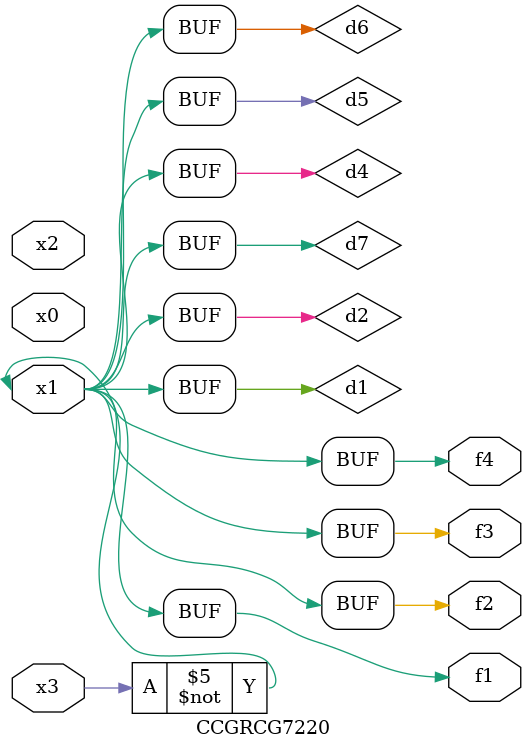
<source format=v>
module CCGRCG7220(
	input x0, x1, x2, x3,
	output f1, f2, f3, f4
);

	wire d1, d2, d3, d4, d5, d6, d7;

	not (d1, x3);
	buf (d2, x1);
	xnor (d3, d1, d2);
	nor (d4, d1);
	buf (d5, d1, d2);
	buf (d6, d4, d5);
	nand (d7, d4);
	assign f1 = d6;
	assign f2 = d7;
	assign f3 = d6;
	assign f4 = d6;
endmodule

</source>
